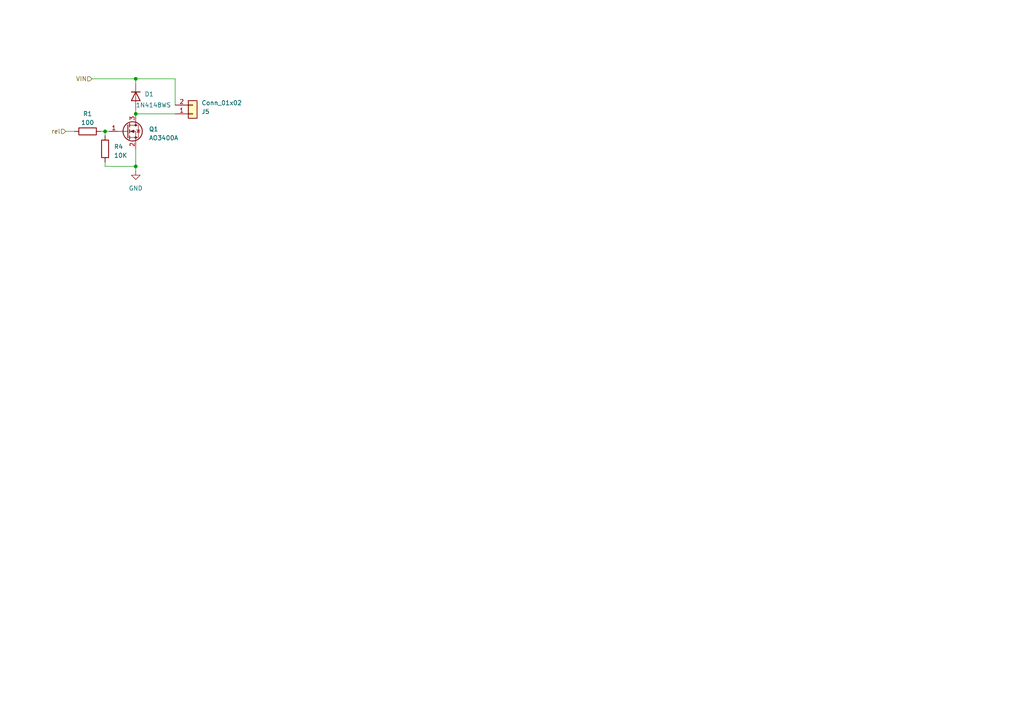
<source format=kicad_sch>
(kicad_sch (version 20230121) (generator eeschema)
  (paper "A4")
  (lib_symbols
    (symbol "Connector_Generic:Conn_01x02" (pin_names (offset 1.016) hide)
      (property "Reference" "J" (at 0 2.54 0))
      (property "Value" "Conn_01x02" (at 0 -5.08 0))
      (symbol "Conn_01x02_1_1"
        (rectangle (start -1.27 -2.413) (end 0 -2.667) (stroke (width 0.1524)))
        (rectangle (start -1.27 0.127) (end 0 -0.127) (stroke (width 0.1524)))
        (rectangle (start -1.27 1.27) (end 1.27 -3.81) (stroke (width 0.254)) (fill (type background)))
        (pin passive line (at -5.08 0 0) (length 3.81) (name "Pin_1") (number "1"))
        (pin passive line (at -5.08 -2.54 0) (length 3.81) (name "Pin_2") (number "2"))
      )
    )
    (symbol "Device:R" (pin_numbers hide) (pin_names (offset 0))
      (property "Reference" "R" (at 2.032 0 90))
      (property "Value" "R" (at 0 0 90))
      (symbol "R_0_1"
        (rectangle (start -1.016 -2.54) (end 1.016 2.54) (stroke (width 0.254)))
      )
      (symbol "R_1_1"
        (pin passive line (at 0 3.81 270) (length 1.27) (name "~") (number "1"))
        (pin passive line (at 0 -3.81 90) (length 1.27) (name "~") (number "2"))
      )
    )
    (symbol "Diode:1N4148WS" (pin_numbers hide) (pin_names hide)
      (property "Reference" "D" (at 0 2.54 0))
      (property "Value" "1N4148WS" (at 0 -2.54 0))
      (symbol "1N4148WS_0_1"
        (polyline (pts (xy -1.27 1.27) (xy -1.27 -1.27)) (stroke (width 0.254)))
        (polyline (pts (xy 1.27 0) (xy -1.27 0)))
        (polyline (pts (xy 1.27 1.27) (xy 1.27 -1.27) (xy -1.27 0) (xy 1.27 1.27)) (stroke (width 0.254)))
      )
      (symbol "1N4148WS_1_1"
        (pin passive line (at -3.81 0 0) (length 2.54) (name "K") (number "1"))
        (pin passive line (at 3.81 0 180) (length 2.54) (name "A") (number "2"))
      )
    )
    (symbol "Transistor_FET:AO3400A" (pin_names hide)
      (property "Reference" "Q" (at 5.08 1.905 0))
      (property "Value" "AO3400A" (at 5.08 0 0))
      (symbol "AO3400A_0_1"
        (polyline (pts (xy 0.254 0) (xy -2.54 0)))
        (polyline (pts (xy 0.254 1.905) (xy 0.254 -1.905)) (stroke (width 0.254)))
        (polyline (pts (xy 0.762 -1.27) (xy 0.762 -2.286)) (stroke (width 0.254)))
        (polyline (pts (xy 0.762 0.508) (xy 0.762 -0.508)) (stroke (width 0.254)))
        (polyline (pts (xy 0.762 2.286) (xy 0.762 1.27)) (stroke (width 0.254)))
        (polyline (pts (xy 2.54 2.54) (xy 2.54 1.778)))
        (polyline (pts (xy 2.54 -2.54) (xy 2.54 0) (xy 0.762 0)))
        (polyline (pts (xy 0.762 -1.778) (xy 3.302 -1.778) (xy 3.302 1.778) (xy 0.762 1.778)))
        (polyline (pts (xy 1.016 0) (xy 2.032 0.381) (xy 2.032 -0.381) (xy 1.016 0)) (fill (type outline)))
        (polyline (pts (xy 2.794 0.508) (xy 2.921 0.381) (xy 3.683 0.381) (xy 3.81 0.254)))
        (polyline (pts (xy 3.302 0.381) (xy 2.921 -0.254) (xy 3.683 -0.254) (xy 3.302 0.381)))
        (circle (center 1.651 0) (radius 2.794) (stroke (width 0.254)))
        (circle (center 2.54 -1.778) (radius 0.254) (fill (type outline)))
        (circle (center 2.54 1.778) (radius 0.254) (fill (type outline)))
      )
      (symbol "AO3400A_1_1"
        (pin input line (at -5.08 0 0) (length 2.54) (name "G") (number "1"))
        (pin passive line (at 2.54 -5.08 90) (length 2.54) (name "S") (number "2"))
        (pin passive line (at 2.54 5.08 270) (length 2.54) (name "D") (number "3"))
      )
    )
    (symbol "power:GND" (power) (pin_names (offset 0))
      (property "Value" "GND" (at 0 -3.81 0))
      (symbol "GND_0_1"
        (polyline (pts (xy 0 0) (xy 0 -1.27) (xy 1.27 -1.27) (xy 0 -2.54) (xy -1.27 -1.27) (xy 0 -1.27)))
      )
      (symbol "GND_1_1"
        (pin power_in line (at 0 0 270) (length 0) hide (name "GND") (number "1"))
      )
    )
  )
  (junction (at 39.37 48.26))
  (junction (at 39.37 22.86))
  (junction (at 30.48 38.1))
  (junction (at 39.37 33.02))
  (wire (pts (xy 26.67 22.86) (xy 39.37 22.86)))
  (wire (pts (xy 39.37 33.02) (xy 50.8 33.02)))
  (wire (pts (xy 30.48 38.1) (xy 31.75 38.1)))
  (wire (pts (xy 19.05 38.1) (xy 21.59 38.1)))
  (wire (pts (xy 30.48 46.99) (xy 30.48 48.26)))
  (wire (pts (xy 30.48 38.1) (xy 30.48 39.37)))
  (wire (pts (xy 30.48 48.26) (xy 39.37 48.26)))
  (wire (pts (xy 39.37 48.26) (xy 39.37 49.53)))
  (wire (pts (xy 39.37 31.75) (xy 39.37 33.02)))
  (wire (pts (xy 39.37 22.86) (xy 50.8 22.86)))
  (wire (pts (xy 39.37 43.18) (xy 39.37 48.26)))
  (wire (pts (xy 39.37 22.86) (xy 39.37 24.13)))
  (wire (pts (xy 50.8 22.86) (xy 50.8 30.48)))
  (wire (pts (xy 29.21 38.1) (xy 30.48 38.1)))
  (hierarchical_label "VIN" (shape input) (at 26.67 22.86 180))
  (hierarchical_label "rel" (shape input) (at 19.05 38.1 180))
  (symbol (lib_id "Connector_Generic:Conn_01x02") (at 55.88 33.02 0) (mirror x) (unit 1) (in_bom no)
    (property "Reference" "J5" (at 58.42 32.385 0) (effects (justify left)))
    (property "Value" "Conn_01x02" (at 58.42 29.845 0) (effects (justify left)))
    (property "Footprint" "TerminalBlock_Phoenix:TerminalBlock_Phoenix_MKDS-1,5-2-5.08_1x02_P5.08mm_Horizontal" (effects hide))
    (instances (project "AquariumController" (path "" (reference "J5") (unit 1)) (path "" (reference "J6") (unit 1)) (path "" (reference "J5") (unit 1)) (path "" (reference "J7") (unit 1))))
  )
  (symbol (lib_id "power:GND") (at 39.37 49.53 0) (unit 1)
    (property "Reference" "#PWR07" (effects hide))
    (property "Value" "GND" (at 39.37 54.61 0))
    (instances (project "AquariumController" (path "" (reference "#PWR07") (unit 1)) (path "" (reference "#PWR010") (unit 1)) (path "" (reference "#PWR08") (unit 1)) (path "" (reference "#PWR012") (unit 1))))
  )
  (symbol (lib_id "Device:R") (at 25.4 38.1 90) (unit 1)
    (property "Reference" "R1" (at 25.4 33.02 90))
    (property "Value" "100" (at 25.4 35.56 90))
    (property "Footprint" "Resistor_SMD:R_0402_1005Metric" (effects hide))
    (property "JLCPCB Part #" "C25076" (effects hide))
    (instances (project "AquariumController" (path "" (reference "R1") (unit 1)) (path "" (reference "R2") (unit 1)) (path "" (reference "R3") (unit 1))))
  )
  (symbol (lib_id "Transistor_FET:AO3400A") (at 36.83 38.1 0) (unit 1)
    (property "Reference" "Q1" (at 43.18 37.465 0) (effects (justify left)))
    (property "Value" "AO3400A" (at 43.18 40.005 0) (effects (justify left)))
    (property "Footprint" "Package_TO_SOT_SMD:SOT-23" (effects hide))
    (property "Datasheet" "http://www.aosmd.com/pdfs/datasheet/AO3400A.pdf" (effects hide))
    (property "JLCPCB Part #" "C20917" (effects hide))
    (instances (project "AquariumController" (path "" (reference "Q1") (unit 1)) (path "" (reference "Q2") (unit 1)) (path "" (reference "Q1") (unit 1)) (path "" (reference "Q3") (unit 1))))
  )
  (symbol (lib_id "Device:R") (at 30.48 43.18 180) (unit 1)
    (property "Reference" "R4" (at 33.02 42.545 0) (effects (justify right)))
    (property "Value" "10K" (at 33.02 45.085 0) (effects (justify right)))
    (property "Footprint" "Resistor_SMD:R_0402_1005Metric" (effects hide))
    (property "JLCPCB Part #" "C25744" (effects hide))
    (instances (project "AquariumController" (path "" (reference "R4") (unit 1)) (path "" (reference "R5") (unit 1)) (path "" (reference "R6") (unit 1))))
  )
  (symbol (lib_id "Diode:1N4148WS") (at 39.37 27.94 270) (unit 1)
    (property "Reference" "D1" (at 41.91 27.305 90) (effects (justify left)))
    (property "Value" "1N4148WS" (at 39.37 30.48 90) (effects (justify left)))
    (property "Footprint" "Diode_SMD:D_SOD-323" (effects hide))
    (property "Datasheet" "https://www.vishay.com/docs/85751/1n4148ws.pdf" (effects hide))
    (property "Sim.Device" "D" (effects hide))
    (property "Sim.Pins" "1=K 2=A" (effects hide))
    (property "JLCPCB Part #" "C2128" (effects hide))
    (instances (project "AquariumController" (path "" (reference "D1") (unit 1)) (path "" (reference "D2") (unit 1)) (path "" (reference "D1") (unit 1)) (path "" (reference "D3") (unit 1))))
  )
)
</source>
